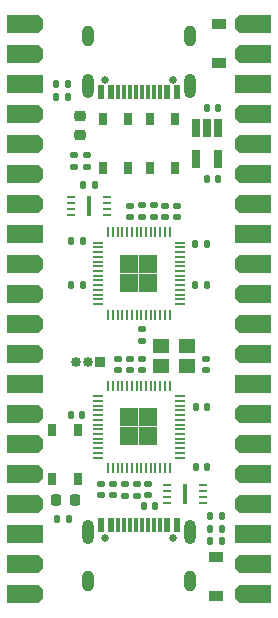
<source format=gts>
%TF.GenerationSoftware,KiCad,Pcbnew,6.0.11+dfsg-1*%
%TF.CreationDate,2023-04-26T00:49:17+01:00*%
%TF.ProjectId,bico,6269636f-2e6b-4696-9361-645f70636258,rev?*%
%TF.SameCoordinates,Original*%
%TF.FileFunction,Soldermask,Top*%
%TF.FilePolarity,Negative*%
%FSLAX46Y46*%
G04 Gerber Fmt 4.6, Leading zero omitted, Abs format (unit mm)*
G04 Created by KiCad (PCBNEW 6.0.11+dfsg-1) date 2023-04-26 00:49:17*
%MOMM*%
%LPD*%
G01*
G04 APERTURE LIST*
G04 Aperture macros list*
%AMRoundRect*
0 Rectangle with rounded corners*
0 $1 Rounding radius*
0 $2 $3 $4 $5 $6 $7 $8 $9 X,Y pos of 4 corners*
0 Add a 4 corners polygon primitive as box body*
4,1,4,$2,$3,$4,$5,$6,$7,$8,$9,$2,$3,0*
0 Add four circle primitives for the rounded corners*
1,1,$1+$1,$2,$3*
1,1,$1+$1,$4,$5*
1,1,$1+$1,$6,$7*
1,1,$1+$1,$8,$9*
0 Add four rect primitives between the rounded corners*
20,1,$1+$1,$2,$3,$4,$5,0*
20,1,$1+$1,$4,$5,$6,$7,0*
20,1,$1+$1,$6,$7,$8,$9,0*
20,1,$1+$1,$8,$9,$2,$3,0*%
%AMFreePoly0*
4,1,19,-0.700000,0.800000,0.000000,0.800000,0.127565,0.788278,0.288060,0.737982,0.431925,0.650855,0.550855,0.531925,0.637982,0.388060,0.688278,0.227565,0.700000,0.100000,0.700000,-0.100000,0.688278,-0.227565,0.637982,-0.388060,0.550855,-0.531925,0.431925,-0.650855,0.288060,-0.737982,0.127565,-0.788278,0.000000,-0.800000,-0.700000,-0.800000,-0.700000,0.800000,-0.700000,0.800000,
$1*%
%AMFreePoly1*
4,1,13,-0.700000,0.800000,0.560000,0.800000,0.613576,0.789343,0.658995,0.758995,0.689343,0.713576,0.700000,0.660000,0.700000,-0.660000,0.689343,-0.713576,0.658995,-0.758995,0.613576,-0.789343,0.560000,-0.800000,-0.700000,-0.800000,-0.700000,0.800000,-0.700000,0.800000,$1*%
G04 Aperture macros list end*
%ADD10R,1.200000X0.900000*%
%ADD11R,0.650000X1.560000*%
%ADD12R,0.650000X1.050000*%
%ADD13RoundRect,0.135000X0.135000X0.185000X-0.135000X0.185000X-0.135000X-0.185000X0.135000X-0.185000X0*%
%ADD14RoundRect,0.135000X-0.185000X0.135000X-0.185000X-0.135000X0.185000X-0.135000X0.185000X0.135000X0*%
%ADD15RoundRect,0.135000X-0.135000X-0.185000X0.135000X-0.185000X0.135000X0.185000X-0.135000X0.185000X0*%
%ADD16RoundRect,0.135000X0.185000X-0.135000X0.185000X0.135000X-0.185000X0.135000X-0.185000X-0.135000X0*%
%ADD17R,0.850000X0.850000*%
%ADD18O,0.850000X0.850000*%
%ADD19RoundRect,0.218750X-0.218750X-0.256250X0.218750X-0.256250X0.218750X0.256250X-0.218750X0.256250X0*%
%ADD20RoundRect,0.218750X0.256250X-0.218750X0.256250X0.218750X-0.256250X0.218750X-0.256250X-0.218750X0*%
%ADD21RoundRect,0.140000X-0.140000X-0.170000X0.140000X-0.170000X0.140000X0.170000X-0.140000X0.170000X0*%
%ADD22RoundRect,0.140000X0.140000X0.170000X-0.140000X0.170000X-0.140000X-0.170000X0.140000X-0.170000X0*%
%ADD23RoundRect,0.140000X0.170000X-0.140000X0.170000X0.140000X-0.170000X0.140000X-0.170000X-0.140000X0*%
%ADD24RoundRect,0.140000X-0.170000X0.140000X-0.170000X-0.140000X0.170000X-0.140000X0.170000X0.140000X0*%
%ADD25R,1.800000X1.600000*%
%ADD26FreePoly0,0.000000*%
%ADD27FreePoly1,0.000000*%
%ADD28FreePoly0,180.000000*%
%ADD29FreePoly1,180.000000*%
%ADD30O,1.000000X0.200000*%
%ADD31O,0.200000X1.000000*%
%ADD32R,1.600000X1.600000*%
%ADD33C,0.650000*%
%ADD34R,0.600000X1.150000*%
%ADD35R,0.300000X1.150000*%
%ADD36O,1.000000X1.800000*%
%ADD37O,1.000000X2.100000*%
%ADD38RoundRect,0.062500X-0.312500X-0.062500X0.312500X-0.062500X0.312500X0.062500X-0.312500X0.062500X0*%
%ADD39R,0.400000X1.800000*%
%ADD40R,1.400000X1.200000*%
%ADD41RoundRect,0.062500X0.312500X0.062500X-0.312500X0.062500X-0.312500X-0.062500X0.312500X-0.062500X0*%
G04 APERTURE END LIST*
D10*
X156500000Y-121050000D03*
X156500000Y-124350000D03*
D11*
X156700000Y-84650000D03*
X155750000Y-84650000D03*
X154800000Y-84650000D03*
X154800000Y-87350000D03*
X156700000Y-87350000D03*
D10*
X156750000Y-79150000D03*
X156750000Y-75850000D03*
D12*
X142675000Y-110275000D03*
X144825000Y-110275000D03*
X144825000Y-114425000D03*
X142675000Y-114425000D03*
D13*
X144110000Y-117800000D03*
X143090000Y-117800000D03*
D14*
X144500000Y-86990000D03*
X144500000Y-88010000D03*
D15*
X155990000Y-117500000D03*
X157010000Y-117500000D03*
D14*
X149800000Y-114790000D03*
X149800000Y-115810000D03*
X148800000Y-114790000D03*
X148800000Y-115810000D03*
D15*
X155990000Y-118600000D03*
X157010000Y-118600000D03*
X155990000Y-119700000D03*
X157010000Y-119700000D03*
D16*
X145600000Y-88010000D03*
X145600000Y-86990000D03*
X150250000Y-92260000D03*
X150250000Y-91240000D03*
D13*
X144010000Y-82030000D03*
X142990000Y-82030000D03*
D16*
X151250000Y-92260000D03*
X151250000Y-91240000D03*
D13*
X144010000Y-81000000D03*
X142990000Y-81000000D03*
D17*
X146700000Y-104500000D03*
D18*
X145700000Y-104500000D03*
X144700000Y-104500000D03*
D19*
X143012500Y-116150000D03*
X144587500Y-116150000D03*
D20*
X145000000Y-85287500D03*
X145000000Y-83712500D03*
D21*
X154820000Y-108300000D03*
X155780000Y-108300000D03*
X154820000Y-113400000D03*
X155780000Y-113400000D03*
D22*
X145180000Y-109000000D03*
X144220000Y-109000000D03*
D23*
X149250000Y-105180000D03*
X149250000Y-104220000D03*
D24*
X155700000Y-104220000D03*
X155700000Y-105180000D03*
D23*
X150300000Y-105180000D03*
X150300000Y-104220000D03*
D22*
X151380000Y-116700000D03*
X150420000Y-116700000D03*
D23*
X148200000Y-105180000D03*
X148200000Y-104220000D03*
D24*
X150800000Y-114820000D03*
X150800000Y-115780000D03*
X147800000Y-114820000D03*
X147800000Y-115780000D03*
X146800000Y-114820000D03*
X146800000Y-115780000D03*
D21*
X155770000Y-89000000D03*
X156730000Y-89000000D03*
X155770000Y-83000000D03*
X156730000Y-83000000D03*
D22*
X145230000Y-94250000D03*
X144270000Y-94250000D03*
D21*
X154770000Y-94500000D03*
X155730000Y-94500000D03*
X154770000Y-98000000D03*
X155730000Y-98000000D03*
D22*
X145230000Y-98000000D03*
X144270000Y-98000000D03*
X146243248Y-89550000D03*
X145283248Y-89550000D03*
D24*
X150300000Y-101750000D03*
X150300000Y-102710000D03*
D23*
X149250000Y-92230000D03*
X149250000Y-91270000D03*
X152250000Y-92230000D03*
X152250000Y-91270000D03*
X153250000Y-92230000D03*
X153250000Y-91270000D03*
D25*
X139700000Y-101270000D03*
X139700000Y-108890000D03*
X160300000Y-113970000D03*
X139700000Y-78410000D03*
X160300000Y-103810000D03*
X160300000Y-108890000D03*
X160300000Y-80950000D03*
X160300000Y-93650000D03*
X139700000Y-113970000D03*
X139700000Y-116510000D03*
X160300000Y-124130000D03*
X139700000Y-103810000D03*
X160300000Y-98730000D03*
X139700000Y-96190000D03*
X160300000Y-83490000D03*
X139700000Y-121590000D03*
X160300000Y-88570000D03*
X160300000Y-101270000D03*
X139700000Y-91110000D03*
X160300000Y-78410000D03*
X160300000Y-119050000D03*
X139700000Y-98730000D03*
X139700000Y-83490000D03*
X139700000Y-124130000D03*
X160300000Y-111430000D03*
X139700000Y-75870000D03*
X160300000Y-116510000D03*
X139700000Y-93650000D03*
X160300000Y-91110000D03*
X160300000Y-106350000D03*
X139700000Y-119050000D03*
X160300000Y-121590000D03*
X139700000Y-86030000D03*
X139700000Y-111430000D03*
X160300000Y-75870000D03*
X160300000Y-86030000D03*
X139700000Y-88570000D03*
X160300000Y-96190000D03*
X139700000Y-106350000D03*
X139700000Y-80950000D03*
D26*
X141210000Y-75870000D03*
X141210000Y-78410000D03*
D27*
X141210000Y-80950000D03*
D26*
X141210000Y-83490000D03*
X141210000Y-86030000D03*
X141210000Y-88570000D03*
X141210000Y-91110000D03*
D27*
X141210000Y-93650000D03*
D26*
X141210000Y-96190000D03*
X141210000Y-98730000D03*
X141210000Y-101270000D03*
X141210000Y-103810000D03*
D27*
X141210000Y-106350000D03*
D26*
X141210000Y-108890000D03*
X141210000Y-111430000D03*
X141210000Y-113970000D03*
X141210000Y-116510000D03*
D27*
X141210000Y-119050000D03*
D26*
X141210000Y-121590000D03*
X141210000Y-124130000D03*
D28*
X158790000Y-124130000D03*
X158790000Y-121590000D03*
D29*
X158790000Y-119050000D03*
D28*
X158790000Y-116510000D03*
X158790000Y-113970000D03*
X158790000Y-111430000D03*
X158790000Y-108890000D03*
D29*
X158790000Y-106350000D03*
D28*
X158790000Y-103810000D03*
X158790000Y-101270000D03*
X158790000Y-98730000D03*
X158790000Y-96190000D03*
D29*
X158790000Y-93650000D03*
D28*
X158790000Y-91110000D03*
X158790000Y-88570000D03*
X158790000Y-86030000D03*
X158790000Y-83490000D03*
D29*
X158790000Y-80950000D03*
D28*
X158790000Y-78410000D03*
X158790000Y-75870000D03*
D30*
X153500000Y-112600000D03*
X153500000Y-112200000D03*
X153500000Y-111800000D03*
X153500000Y-111400000D03*
X153500000Y-111000000D03*
X153500000Y-110600000D03*
X153500000Y-110200000D03*
X153500000Y-109800000D03*
X153500000Y-109400000D03*
X153500000Y-109000000D03*
X153500000Y-108600000D03*
X153500000Y-108200000D03*
X153500000Y-107800000D03*
X153500000Y-107400000D03*
D31*
X152600000Y-106500000D03*
X152200000Y-106500000D03*
X151800000Y-106500000D03*
X151400000Y-106500000D03*
X151000000Y-106500000D03*
X150600000Y-106500000D03*
X150200000Y-106500000D03*
X149800000Y-106500000D03*
X149400000Y-106500000D03*
X149000000Y-106500000D03*
X148600000Y-106500000D03*
X148200000Y-106500000D03*
X147800000Y-106500000D03*
X147400000Y-106500000D03*
D30*
X146500000Y-107400000D03*
X146500000Y-107800000D03*
X146500000Y-108200000D03*
X146500000Y-108600000D03*
X146500000Y-109000000D03*
X146500000Y-109400000D03*
X146500000Y-109800000D03*
X146500000Y-110200000D03*
X146500000Y-110600000D03*
X146500000Y-111000000D03*
X146500000Y-111400000D03*
X146500000Y-111800000D03*
X146500000Y-112200000D03*
X146500000Y-112600000D03*
D31*
X147400000Y-113500000D03*
X147800000Y-113500000D03*
X148200000Y-113500000D03*
X148600000Y-113500000D03*
X149000000Y-113500000D03*
X149400000Y-113500000D03*
X149800000Y-113500000D03*
X150200000Y-113500000D03*
X150600000Y-113500000D03*
X151000000Y-113500000D03*
X151400000Y-113500000D03*
X151800000Y-113500000D03*
X152200000Y-113500000D03*
X152600000Y-113500000D03*
D32*
X150800000Y-110800000D03*
X150800000Y-109200000D03*
X149200000Y-110800000D03*
X149200000Y-109200000D03*
D33*
X147110000Y-80605000D03*
X152890000Y-80605000D03*
D34*
X153200000Y-81680000D03*
X152400000Y-81680000D03*
D35*
X151250000Y-81680000D03*
X150250000Y-81680000D03*
X149750000Y-81680000D03*
X148750000Y-81680000D03*
D34*
X147600000Y-81680000D03*
X146800000Y-81680000D03*
X146800000Y-81680000D03*
X147600000Y-81680000D03*
D35*
X148250000Y-81680000D03*
X149250000Y-81680000D03*
X150750000Y-81680000D03*
X151750000Y-81680000D03*
D34*
X152400000Y-81680000D03*
X153200000Y-81680000D03*
D36*
X154320000Y-76925000D03*
D37*
X145680000Y-81105000D03*
D36*
X145680000Y-76925000D03*
D37*
X154320000Y-81105000D03*
D12*
X146925000Y-83925000D03*
X149075000Y-83925000D03*
X149075000Y-88075000D03*
X146925000Y-88075000D03*
X150925000Y-83925000D03*
X153075000Y-83925000D03*
X153075000Y-88075000D03*
X150925000Y-88075000D03*
D33*
X152890000Y-119395000D03*
X147110000Y-119395000D03*
D34*
X146800000Y-118320000D03*
X147600000Y-118320000D03*
D35*
X148750000Y-118320000D03*
X149750000Y-118320000D03*
X150250000Y-118320000D03*
X151250000Y-118320000D03*
D34*
X152400000Y-118320000D03*
X153200000Y-118320000D03*
X153200000Y-118320000D03*
X152400000Y-118320000D03*
D35*
X151750000Y-118320000D03*
X150750000Y-118320000D03*
X149250000Y-118320000D03*
X148250000Y-118320000D03*
D34*
X147600000Y-118320000D03*
X146800000Y-118320000D03*
D36*
X145680000Y-123075000D03*
D37*
X154320000Y-118895000D03*
D36*
X154320000Y-123075000D03*
D37*
X145680000Y-118895000D03*
D30*
X146500000Y-94400000D03*
X146500000Y-94800000D03*
X146500000Y-95200000D03*
X146500000Y-95600000D03*
X146500000Y-96000000D03*
X146500000Y-96400000D03*
X146500000Y-96800000D03*
X146500000Y-97200000D03*
X146500000Y-97600000D03*
X146500000Y-98000000D03*
X146500000Y-98400000D03*
X146500000Y-98800000D03*
X146500000Y-99200000D03*
X146500000Y-99600000D03*
D31*
X147400000Y-100500000D03*
X147800000Y-100500000D03*
X148200000Y-100500000D03*
X148600000Y-100500000D03*
X149000000Y-100500000D03*
X149400000Y-100500000D03*
X149800000Y-100500000D03*
X150200000Y-100500000D03*
X150600000Y-100500000D03*
X151000000Y-100500000D03*
X151400000Y-100500000D03*
X151800000Y-100500000D03*
X152200000Y-100500000D03*
X152600000Y-100500000D03*
D30*
X153500000Y-99600000D03*
X153500000Y-99200000D03*
X153500000Y-98800000D03*
X153500000Y-98400000D03*
X153500000Y-98000000D03*
X153500000Y-97600000D03*
X153500000Y-97200000D03*
X153500000Y-96800000D03*
X153500000Y-96400000D03*
X153500000Y-96000000D03*
X153500000Y-95600000D03*
X153500000Y-95200000D03*
X153500000Y-94800000D03*
X153500000Y-94400000D03*
D31*
X152600000Y-93500000D03*
X152200000Y-93500000D03*
X151800000Y-93500000D03*
X151400000Y-93500000D03*
X151000000Y-93500000D03*
X150600000Y-93500000D03*
X150200000Y-93500000D03*
X149800000Y-93500000D03*
X149400000Y-93500000D03*
X149000000Y-93500000D03*
X148600000Y-93500000D03*
X148200000Y-93500000D03*
X147800000Y-93500000D03*
X147400000Y-93500000D03*
D32*
X149200000Y-96200000D03*
X149200000Y-97800000D03*
X150800000Y-96200000D03*
X150800000Y-97800000D03*
D38*
X144263248Y-90520000D03*
X144263248Y-91020000D03*
X144263248Y-91520000D03*
X144263248Y-92020000D03*
D39*
X145763248Y-91270000D03*
D38*
X147263248Y-92020000D03*
X147263248Y-91520000D03*
X147263248Y-91020000D03*
X147263248Y-90520000D03*
D40*
X151900000Y-104850000D03*
X154100000Y-104850000D03*
X154100000Y-103150000D03*
X151900000Y-103150000D03*
D41*
X155400000Y-116450000D03*
X155400000Y-115950000D03*
X155400000Y-115450000D03*
X155400000Y-114950000D03*
D39*
X153900000Y-115700000D03*
D41*
X152400000Y-114950000D03*
X152400000Y-115450000D03*
X152400000Y-115950000D03*
X152400000Y-116450000D03*
M02*

</source>
